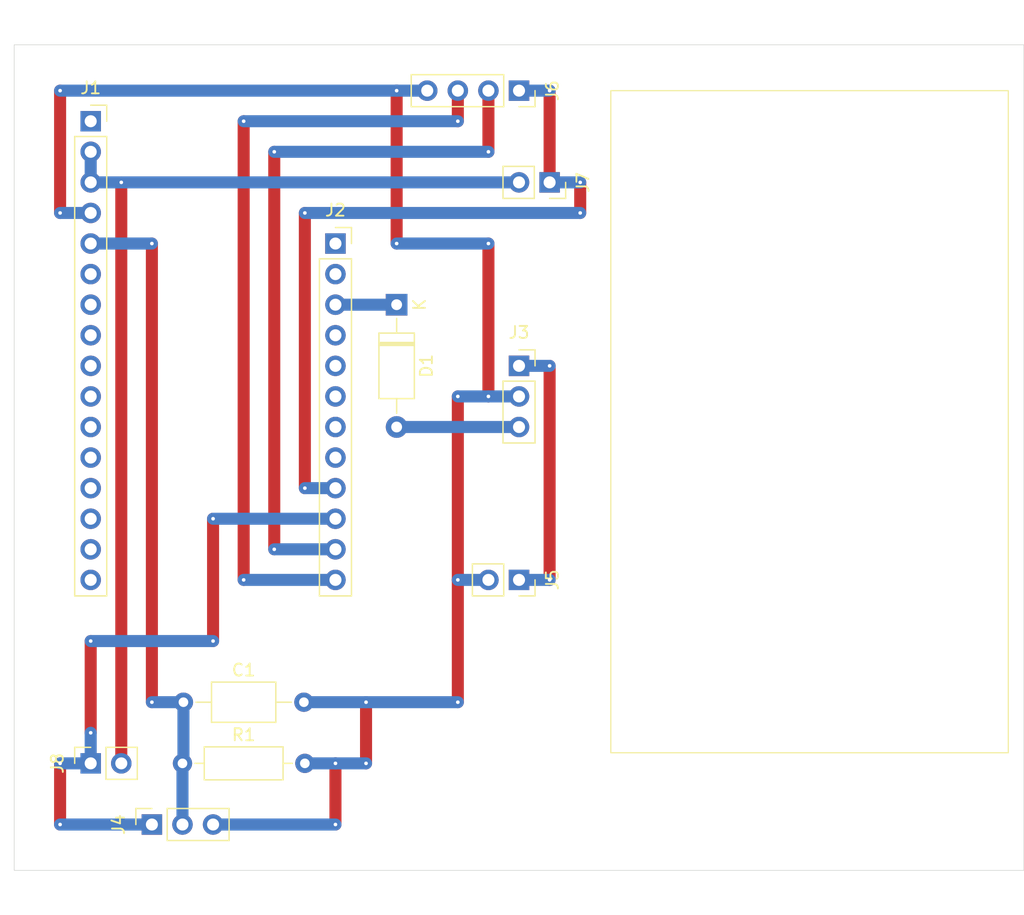
<source format=kicad_pcb>
(kicad_pcb (version 20240108) (generator "pcbnew") (generator_version "8.0")
  (layers (0 "F.Cu" signal) (31 "B.Cu" signal) (34 "B.Paste" user) (35 "F.Paste" user) (36 "B.SilkS" user "B.Silkscreen") (37 "F.SilkS" user "F.Silkscreen") (38 "B.Mask" user) (39 "F.Mask" user) (44 "Edge.Cuts" user))
  (net 0 "")
  (net 19 "GND")
  (net 20 "+3V3")
  (net 21 "/SCL")
  (net 22 "+BATT")
  (net 23 "/SDA")
  (net 24 "VBUS")
  (net 25 "Net-(D1-A)")
  (net 27 "/PT_OUT")
  (net 28 "/PT_POWER")
  (net 29 "/SHT_POWER")
  (footprint "Connector_PinSocket_2.54mm:PinSocket_1x04_P2.54mm_Vertical" (layer "F.Cu") (at 116.84 58.42 -90)
    (property "Reference" "J6" (at 0 -2.77 90) (layer "F.SilkS"))
    (property "Value" "Conn_01x04_Socket")
    (fp_line (start -1.33 8.95) (end 1.33 8.95) (stroke (width 0.12)) (layer "F.SilkS"))
    (fp_line (start -1.33 1.27) (end -1.33 8.95) (stroke (width 0.12)) (layer "F.SilkS"))
    (fp_line (start -1.33 1.27) (end 1.33 1.27) (stroke (width 0.12)) (layer "F.SilkS"))
    (fp_line (start 1.33 1.27) (end 1.33 8.95) (stroke (width 0.12)) (layer "F.SilkS"))
    (fp_line (start 0 -1.33) (end 1.33 -1.33) (stroke (width 0.12)) (layer "F.SilkS"))
    (fp_line (start 1.33 -1.33) (end 1.33 0) (stroke (width 0.12)) (layer "F.SilkS"))
    (pad "1" thru_hole rect (at 0 0 270) (size 1.7 1.7) (drill 1) (layers "*.Cu" "*.Mask") (net 29 "/SHT_POWER"))
    (pad "2" thru_hole oval (at 0 2.54 270) (size 1.7 1.7) (drill 1) (layers "*.Cu" "*.Mask") (net 21 "/SCL"))
    (pad "3" thru_hole oval (at 0 5.08 270) (size 1.7 1.7) (drill 1) (layers "*.Cu" "*.Mask") (net 23 "/SDA"))
    (pad "4" thru_hole oval (at 0 7.62 270) (size 1.7 1.7) (drill 1) (layers "*.Cu" "*.Mask") (net 19 "GND"))
  )
  (footprint "Connector_PinSocket_2.54mm:PinSocket_1x03_P2.54mm_Vertical" (layer "F.Cu") (at 86.36 119.38 90)
    (property "Reference" "J4" (at 0 -2.77 270) (layer "F.SilkS"))
    (property "Value" "Conn_01x03_Socket")
    (fp_line (start 1.33 -1.33) (end 1.33 0) (stroke (width 0.12)) (layer "F.SilkS"))
    (fp_line (start 0 -1.33) (end 1.33 -1.33) (stroke (width 0.12)) (layer "F.SilkS"))
    (fp_line (start 1.33 1.27) (end 1.33 6.41) (stroke (width 0.12)) (layer "F.SilkS"))
    (fp_line (start -1.33 1.27) (end 1.33 1.27) (stroke (width 0.12)) (layer "F.SilkS"))
    (fp_line (start -1.33 1.27) (end -1.33 6.41) (stroke (width 0.12)) (layer "F.SilkS"))
    (fp_line (start -1.33 6.41) (end 1.33 6.41) (stroke (width 0.12)) (layer "F.SilkS"))
    (pad "1" thru_hole rect (at 0 0 90) (size 1.7 1.7) (drill 1) (layers "*.Cu" "*.Mask") (net 28 "/PT_POWER"))
    (pad "2" thru_hole oval (at 0 2.54 90) (size 1.7 1.7) (drill 1) (layers "*.Cu" "*.Mask") (net 27 "/PT_OUT"))
    (pad "3" thru_hole oval (at 0 5.08 90) (size 1.7 1.7) (drill 1) (layers "*.Cu" "*.Mask") (net 19 "GND"))
  )
  (footprint "Diode_THT:D_A-405_P10.16mm_Horizontal" (layer "F.Cu") (at 106.68 76.2 -90)
    (property "Reference" "D1" (at 5.08 -2.47 90) (layer "F.SilkS"))
    (property "Value" "D_Schottky")
    (fp_line (start 2.36 1.47) (end 7.8 1.47) (stroke (width 0.12)) (layer "F.SilkS"))
    (fp_line (start 7.8 1.47) (end 7.8 -1.47) (stroke (width 0.12)) (layer "F.SilkS"))
    (fp_line (start 1.14 0) (end 2.36 0) (stroke (width 0.12)) (layer "F.SilkS"))
    (fp_line (start 9.02 0) (end 7.8 0) (stroke (width 0.12)) (layer "F.SilkS"))
    (fp_line (start 2.36 -1.47) (end 2.36 1.47) (stroke (width 0.12)) (layer "F.SilkS"))
    (fp_line (start 3.14 -1.47) (end 3.14 1.47) (stroke (width 0.12)) (layer "F.SilkS"))
    (fp_line (start 3.26 -1.47) (end 3.26 1.47) (stroke (width 0.12)) (layer "F.SilkS"))
    (fp_line (start 3.38 -1.47) (end 3.38 1.47) (stroke (width 0.12)) (layer "F.SilkS"))
    (fp_line (start 7.8 -1.47) (end 2.36 -1.47) (stroke (width 0.12)) (layer "F.SilkS"))
    (fp_text user "K" (at 0 -1.9 90) (layer "F.SilkS"))
    (pad "1" thru_hole rect (at 0 0 270) (size 1.8 1.8) (drill 0.9) (layers "*.Cu" "*.Mask") (net 24 "VBUS"))
    (pad "2" thru_hole oval (at 10.16 0 270) (size 1.8 1.8) (drill 0.9) (layers "*.Cu" "*.Mask") (net 25 "Net-(D1-A)"))
  )
  (footprint "Connector_PinSocket_2.54mm:PinSocket_1x12_P2.54mm_Vertical" (layer "F.Cu") (at 101.6 71.12)
    (property "Reference" "J2" (at 0 -2.77 0) (layer "F.SilkS"))
    (property "Value" "Conn_01x12_Socket")
    (fp_line (start -1.33 1.27) (end -1.33 29.27) (stroke (width 0.12)) (layer "F.SilkS"))
    (fp_line (start -1.33 1.27) (end 1.33 1.27) (stroke (width 0.12)) (layer "F.SilkS"))
    (fp_line (start -1.33 29.27) (end 1.33 29.27) (stroke (width 0.12)) (layer "F.SilkS"))
    (fp_line (start 0 -1.33) (end 1.33 -1.33) (stroke (width 0.12)) (layer "F.SilkS"))
    (fp_line (start 1.33 -1.33) (end 1.33 0) (stroke (width 0.12)) (layer "F.SilkS"))
    (fp_line (start 1.33 1.27) (end 1.33 29.27) (stroke (width 0.12)) (layer "F.SilkS"))
    (pad "1" thru_hole rect (at 0 0) (size 1.7 1.7) (drill 1) (layers "*.Cu" "*.Mask"))
    (pad "2" thru_hole oval (at 0 2.54) (size 1.7 1.7) (drill 1) (layers "*.Cu" "*.Mask"))
    (pad "3" thru_hole oval (at 0 5.08) (size 1.7 1.7) (drill 1) (layers "*.Cu" "*.Mask") (net 24 "VBUS"))
    (pad "4" thru_hole oval (at 0 7.62) (size 1.7 1.7) (drill 1) (layers "*.Cu" "*.Mask"))
    (pad "5" thru_hole oval (at 0 10.16) (size 1.7 1.7) (drill 1) (layers "*.Cu" "*.Mask"))
    (pad "6" thru_hole oval (at 0 12.7) (size 1.7 1.7) (drill 1) (layers "*.Cu" "*.Mask"))
    (pad "7" thru_hole oval (at 0 15.24) (size 1.7 1.7) (drill 1) (layers "*.Cu" "*.Mask"))
    (pad "8" thru_hole oval (at 0 17.78) (size 1.7 1.7) (drill 1) (layers "*.Cu" "*.Mask"))
    (pad "9" thru_hole oval (at 0 20.32) (size 1.7 1.7) (drill 1) (layers "*.Cu" "*.Mask") (net 29 "/SHT_POWER"))
    (pad "10" thru_hole oval (at 0 22.86) (size 1.7 1.7) (drill 1) (layers "*.Cu" "*.Mask") (net 28 "/PT_POWER"))
    (pad "11" thru_hole oval (at 0 25.4) (size 1.7 1.7) (drill 1) (layers "*.Cu" "*.Mask") (net 21 "/SCL"))
    (pad "12" thru_hole oval (at 0 27.94) (size 1.7 1.7) (drill 1) (layers "*.Cu" "*.Mask") (net 23 "/SDA"))
  )
  (footprint "Connector_PinSocket_2.54mm:PinSocket_1x02_P2.54mm_Vertical" (layer "F.Cu") (at 119.38 66.04 -90)
    (property "Reference" "J7" (at 0 -2.77 90) (layer "F.SilkS"))
    (property "Value" "Conn_01x02_Socket")
    (fp_line (start -1.33 3.87) (end 1.33 3.87) (stroke (width 0.12)) (layer "F.SilkS"))
    (fp_line (start -1.33 1.27) (end -1.33 3.87) (stroke (width 0.12)) (layer "F.SilkS"))
    (fp_line (start -1.33 1.27) (end 1.33 1.27) (stroke (width 0.12)) (layer "F.SilkS"))
    (fp_line (start 1.33 1.27) (end 1.33 3.87) (stroke (width 0.12)) (layer "F.SilkS"))
    (fp_line (start 0 -1.33) (end 1.33 -1.33) (stroke (width 0.12)) (layer "F.SilkS"))
    (fp_line (start 1.33 -1.33) (end 1.33 0) (stroke (width 0.12)) (layer "F.SilkS"))
    (pad "1" thru_hole rect (at 0 0 270) (size 1.7 1.7) (drill 1) (layers "*.Cu" "*.Mask") (net 29 "/SHT_POWER"))
    (pad "2" thru_hole oval (at 0 2.54 270) (size 1.7 1.7) (drill 1) (layers "*.Cu" "*.Mask") (net 20 "+3V3"))
  )
  (footprint "Connector_PinSocket_2.54mm:PinSocket_1x16_P2.54mm_Vertical" (layer "F.Cu") (at 81.28 60.96)
    (property "Reference" "J1" (at 0 -2.77 0) (layer "F.SilkS"))
    (property "Value" "Conn_01x16_Socket")
    (fp_line (start -1.33 1.27) (end -1.33 39.43) (stroke (width 0.12)) (layer "F.SilkS"))
    (fp_line (start -1.33 1.27) (end 1.33 1.27) (stroke (width 0.12)) (layer "F.SilkS"))
    (fp_line (start -1.33 39.43) (end 1.33 39.43) (stroke (width 0.12)) (layer "F.SilkS"))
    (fp_line (start 0 -1.33) (end 1.33 -1.33) (stroke (width 0.12)) (layer "F.SilkS"))
    (fp_line (start 1.33 -1.33) (end 1.33 0) (stroke (width 0.12)) (layer "F.SilkS"))
    (fp_line (start 1.33 1.27) (end 1.33 39.43) (stroke (width 0.12)) (layer "F.SilkS"))
    (pad "1" thru_hole rect (at 0 0) (size 1.7 1.7) (drill 1) (layers "*.Cu" "*.Mask"))
    (pad "2" thru_hole oval (at 0 2.54) (size 1.7 1.7) (drill 1) (layers "*.Cu" "*.Mask") (net 20 "+3V3"))
    (pad "3" thru_hole oval (at 0 5.08) (size 1.7 1.7) (drill 1) (layers "*.Cu" "*.Mask") (net 20 "+3V3"))
    (pad "4" thru_hole oval (at 0 7.62) (size 1.7 1.7) (drill 1) (layers "*.Cu" "*.Mask") (net 19 "GND"))
    (pad "5" thru_hole oval (at 0 10.16) (size 1.7 1.7) (drill 1) (layers "*.Cu" "*.Mask") (net 27 "/PT_OUT"))
    (pad "6" thru_hole oval (at 0 12.7) (size 1.7 1.7) (drill 1) (layers "*.Cu" "*.Mask"))
    (pad "7" thru_hole oval (at 0 15.24) (size 1.7 1.7) (drill 1) (layers "*.Cu" "*.Mask"))
    (pad "8" thru_hole oval (at 0 17.78) (size 1.7 1.7) (drill 1) (layers "*.Cu" "*.Mask"))
    (pad "9" thru_hole oval (at 0 20.32) (size 1.7 1.7) (drill 1) (layers "*.Cu" "*.Mask"))
    (pad "10" thru_hole oval (at 0 22.86) (size 1.7 1.7) (drill 1) (layers "*.Cu" "*.Mask"))
    (pad "11" thru_hole oval (at 0 25.4) (size 1.7 1.7) (drill 1) (layers "*.Cu" "*.Mask"))
    (pad "12" thru_hole oval (at 0 27.94) (size 1.7 1.7) (drill 1) (layers "*.Cu" "*.Mask"))
    (pad "13" thru_hole oval (at 0 30.48) (size 1.7 1.7) (drill 1) (layers "*.Cu" "*.Mask"))
    (pad "14" thru_hole oval (at 0 33.02) (size 1.7 1.7) (drill 1) (layers "*.Cu" "*.Mask"))
    (pad "15" thru_hole oval (at 0 35.56) (size 1.7 1.7) (drill 1) (layers "*.Cu" "*.Mask"))
    (pad "16" thru_hole oval (at 0 38.1) (size 1.7 1.7) (drill 1) (layers "*.Cu" "*.Mask"))
  )
  (footprint "Connector_PinSocket_2.54mm:PinSocket_1x03_P2.54mm_Vertical" (layer "F.Cu") (at 116.84 81.28)
    (property "Reference" "J3" (at 0 -2.77 0) (layer "F.SilkS"))
    (property "Value" "Conn_01x03_Socket")
    (fp_line (start -1.33 1.27) (end -1.33 6.41) (stroke (width 0.12)) (layer "F.SilkS"))
    (fp_line (start -1.33 1.27) (end 1.33 1.27) (stroke (width 0.12)) (layer "F.SilkS"))
    (fp_line (start -1.33 6.41) (end 1.33 6.41) (stroke (width 0.12)) (layer "F.SilkS"))
    (fp_line (start 0 -1.33) (end 1.33 -1.33) (stroke (width 0.12)) (layer "F.SilkS"))
    (fp_line (start 1.33 -1.33) (end 1.33 0) (stroke (width 0.12)) (layer "F.SilkS"))
    (fp_line (start 1.33 1.27) (end 1.33 6.41) (stroke (width 0.12)) (layer "F.SilkS"))
    (pad "1" thru_hole rect (at 0 0) (size 1.7 1.7) (drill 1) (layers "*.Cu" "*.Mask") (net 22 "+BATT"))
    (pad "2" thru_hole oval (at 0 2.54) (size 1.7 1.7) (drill 1) (layers "*.Cu" "*.Mask") (net 19 "GND"))
    (pad "3" thru_hole oval (at 0 5.08) (size 1.7 1.7) (drill 1) (layers "*.Cu" "*.Mask") (net 25 "Net-(D1-A)"))
  )
  (footprint "Resistor_THT:R_Axial_DIN0207_L6.3mm_D2.5mm_P10.16mm_Horizontal" (layer "F.Cu") (at 88.9 114.3)
    (property "Reference" "R1" (at 5.08 -2.37 360) (layer "F.SilkS"))
    (property "Value" "220R")
    (fp_line (start 1.04 0) (end 1.81 0) (stroke (width 0.12)) (layer "F.SilkS"))
    (fp_line (start 1.81 -1.37) (end 1.81 1.37) (stroke (width 0.12)) (layer "F.SilkS"))
    (fp_line (start 1.81 1.37) (end 8.35 1.37) (stroke (width 0.12)) (layer "F.SilkS"))
    (fp_line (start 8.35 -1.37) (end 1.81 -1.37) (stroke (width 0.12)) (layer "F.SilkS"))
    (fp_line (start 8.35 1.37) (end 8.35 -1.37) (stroke (width 0.12)) (layer "F.SilkS"))
    (fp_line (start 9.12 0) (end 8.35 0) (stroke (width 0.12)) (layer "F.SilkS"))
    (pad "1" thru_hole circle (at 0 0) (size 1.6 1.6) (drill 0.8) (layers "*.Cu" "*.Mask") (net 27 "/PT_OUT"))
    (pad "2" thru_hole oval (at 10.16 0) (size 1.6 1.6) (drill 0.8) (layers "*.Cu" "*.Mask") (net 19 "GND"))
  )
  (footprint "Capacitor_THT:C_Axial_L5.1mm_D3.1mm_P10.00mm_Horizontal" (layer "F.Cu") (at 88.98 109.22)
    (property "Reference" "C1" (at 5 -2.67 360) (layer "F.SilkS"))
    (property "Value" "100n")
    (fp_line (start 1.04 0) (end 2.33 0) (stroke (width 0.12)) (layer "F.SilkS"))
    (fp_line (start 2.33 -1.67) (end 2.33 1.67) (stroke (width 0.12)) (layer "F.SilkS"))
    (fp_line (start 2.33 1.67) (end 7.67 1.67) (stroke (width 0.12)) (layer "F.SilkS"))
    (fp_line (start 7.67 -1.67) (end 2.33 -1.67) (stroke (width 0.12)) (layer "F.SilkS"))
    (fp_line (start 7.67 1.67) (end 7.67 -1.67) (stroke (width 0.12)) (layer "F.SilkS"))
    (fp_line (start 8.96 0) (end 7.67 0) (stroke (width 0.12)) (layer "F.SilkS"))
    (pad "1" thru_hole circle (at 0 0) (size 1.6 1.6) (drill 0.8) (layers "*.Cu" "*.Mask") (net 27 "/PT_OUT"))
    (pad "2" thru_hole oval (at 10 0) (size 1.6 1.6) (drill 0.8) (layers "*.Cu" "*.Mask") (net 19 "GND"))
  )
  (footprint "Connector_PinSocket_2.54mm:PinSocket_1x02_P2.54mm_Vertical" (layer "F.Cu") (at 81.28 114.3 90)
    (property "Reference" "J8" (at 0 -2.77 270) (layer "F.SilkS"))
    (property "Value" "Conn_01x02_Socket")
    (fp_line (start 1.33 -1.33) (end 1.33 0) (stroke (width 0.12)) (layer "F.SilkS"))
    (fp_line (start 0 -1.33) (end 1.33 -1.33) (stroke (width 0.12)) (layer "F.SilkS"))
    (fp_line (start 1.33 1.27) (end 1.33 3.87) (stroke (width 0.12)) (layer "F.SilkS"))
    (fp_line (start -1.33 1.27) (end 1.33 1.27) (stroke (width 0.12)) (layer "F.SilkS"))
    (fp_line (start -1.33 1.27) (end -1.33 3.87) (stroke (width 0.12)) (layer "F.SilkS"))
    (fp_line (start -1.33 3.87) (end 1.33 3.87) (stroke (width 0.12)) (layer "F.SilkS"))
    (pad "1" thru_hole rect (at 0 0 90) (size 1.7 1.7) (drill 1) (layers "*.Cu" "*.Mask") (net 28 "/PT_POWER"))
    (pad "2" thru_hole oval (at 0 2.54 90) (size 1.7 1.7) (drill 1) (layers "*.Cu" "*.Mask") (net 20 "+3V3"))
  )
  (footprint "Connector_PinSocket_2.54mm:PinSocket_1x02_P2.54mm_Vertical" (layer "F.Cu") (at 116.84 99.06 -90)
    (property "Reference" "J5" (at 0 -2.77 90) (layer "F.SilkS"))
    (property "Value" "Conn_01x02_Socket")
    (fp_line (start -1.33 3.87) (end 1.33 3.87) (stroke (width 0.12)) (layer "F.SilkS"))
    (fp_line (start -1.33 1.27) (end -1.33 3.87) (stroke (width 0.12)) (layer "F.SilkS"))
    (fp_line (start -1.33 1.27) (end 1.33 1.27) (stroke (width 0.12)) (layer "F.SilkS"))
    (fp_line (start 1.33 1.27) (end 1.33 3.87) (stroke (width 0.12)) (layer "F.SilkS"))
    (fp_line (start 0 -1.33) (end 1.33 -1.33) (stroke (width 0.12)) (layer "F.SilkS"))
    (fp_line (start 1.33 -1.33) (end 1.33 0) (stroke (width 0.12)) (layer "F.SilkS"))
    (pad "1" thru_hole rect (at 0 0 270) (size 1.7 1.7) (drill 1) (layers "*.Cu" "*.Mask") (net 22 "+BATT"))
    (pad "2" thru_hole oval (at 0 2.54 270) (size 1.7 1.7) (drill 1) (layers "*.Cu" "*.Mask") (net 19 "GND"))
  )
  (gr_rect (start 124.46 58.42) (end 157.46 113.42) (stroke (width 0.1)) (fill none) (layer "F.SilkS"))
  (gr_rect (start 74.93 54.61) (end 158.75 123.19) (stroke (width 0.05)) (fill none) (layer "Edge.Cuts"))
  (segment (start 101.6 119.38) (end 101.6 114.3) (width 1) (layer "F.Cu") (net 19))
  (segment (start 111.76 99.06) (end 111.76 83.82) (width 1) (layer "F.Cu") (net 19))
  (segment (start 114.3 71.12) (end 114.3 83.82) (width 1) (layer "F.Cu") (net 19))
  (segment (start 78.74 58.42) (end 78.74 68.58) (width 1) (layer "F.Cu") (net 19))
  (segment (start 106.68 58.42) (end 106.68 71.12) (width 1) (layer "F.Cu") (net 19))
  (segment (start 111.76 99.06) (end 111.76 109.22) (width 1) (layer "F.Cu") (net 19))
  (segment (start 104.14 109.22) (end 104.14 114.3) (width 1) (layer "F.Cu") (net 19))
  (via (at 106.68 58.42) (size 0.6) (drill 0.3) (layers "F.Cu" "B.Cu") (net 19))
  (via (at 78.74 68.58) (size 0.6) (drill 0.3) (layers "F.Cu" "B.Cu") (net 19))
  (via (at 111.76 109.22) (size 0.6) (drill 0.3) (layers "F.Cu" "B.Cu") (net 19))
  (via (at 101.6 119.38) (size 0.6) (drill 0.3) (layers "F.Cu" "B.Cu") (net 19))
  (via (at 104.14 109.22) (size 0.6) (drill 0.3) (layers "F.Cu" "B.Cu") (net 19))
  (via (at 111.76 99.06) (size 0.6) (drill 0.3) (layers "F.Cu" "B.Cu") (net 19))
  (via (at 114.3 83.82) (size 0.6) (drill 0.3) (layers "F.Cu" "B.Cu") (net 19))
  (via (at 101.6 114.3) (size 0.6) (drill 0.3) (layers "F.Cu" "B.Cu") (net 19))
  (via (at 111.76 83.82) (size 0.6) (drill 0.3) (layers "F.Cu" "B.Cu") (net 19))
  (via (at 78.74 58.42) (size 0.6) (drill 0.3) (layers "F.Cu" "B.Cu") (net 19))
  (via (at 104.14 114.3) (size 0.6) (drill 0.3) (layers "F.Cu" "B.Cu") (net 19))
  (via (at 114.3 71.12) (size 0.6) (drill 0.3) (layers "F.Cu" "B.Cu") (net 19))
  (via (at 106.68 71.12) (size 0.6) (drill 0.3) (layers "F.Cu" "B.Cu") (net 19))
  (segment (start 114.3 99.06) (end 111.76 99.06) (width 1) (layer "B.Cu") (net 19))
  (segment (start 98.98 109.22) (end 104.14 109.22) (width 1) (layer "B.Cu") (net 19))
  (segment (start 111.76 83.82) (end 114.3 83.82) (width 1) (layer "B.Cu") (net 19))
  (segment (start 114.3 71.12) (end 106.68 71.12) (width 1) (layer "B.Cu") (net 19))
  (segment (start 116.84 83.82) (end 114.3 83.82) (width 1) (layer "B.Cu") (net 19))
  (segment (start 91.44 119.38) (end 101.6 119.38) (width 1) (layer "B.Cu") (net 19))
  (segment (start 109.22 58.42) (end 106.68 58.42) (width 1) (layer "B.Cu") (net 19))
  (segment (start 101.6 114.3) (end 99.06 114.3) (width 1) (layer "B.Cu") (net 19))
  (segment (start 104.14 114.3) (end 101.6 114.3) (width 1) (layer "B.Cu") (net 19))
  (segment (start 78.74 58.42) (end 106.68 58.42) (width 1) (layer "B.Cu") (net 19))
  (segment (start 111.76 109.22) (end 104.14 109.22) (width 1) (layer "B.Cu") (net 19))
  (segment (start 81.28 68.58) (end 78.74 68.58) (width 1) (layer "B.Cu") (net 19))
  (segment (start 83.82 114.3) (end 83.82 66.04) (width 1) (layer "F.Cu") (net 20))
  (via (at 83.82 66.04) (size 0.6) (drill 0.3) (layers "F.Cu" "B.Cu") (net 20))
  (segment (start 81.28 63.5) (end 81.28 66.04) (width 1) (layer "B.Cu") (net 20))
  (segment (start 81.28 66.04) (end 116.84 66.04) (width 1) (layer "B.Cu") (net 20))
  (segment (start 96.52 63.5) (end 96.52 96.52) (width 1) (layer "F.Cu") (net 21))
  (segment (start 114.3 63.5) (end 114.3 58.42) (width 1) (layer "F.Cu") (net 21))
  (via (at 114.3 63.5) (size 0.6) (drill 0.3) (layers "F.Cu" "B.Cu") (net 21))
  (via (at 96.52 63.5) (size 0.6) (drill 0.3) (layers "F.Cu" "B.Cu") (net 21))
  (via (at 96.52 96.52) (size 0.6) (drill 0.3) (layers "F.Cu" "B.Cu") (net 21))
  (segment (start 96.52 63.5) (end 114.3 63.5) (width 1) (layer "B.Cu") (net 21))
  (segment (start 101.6 96.52) (end 96.52 96.52) (width 1) (layer "B.Cu") (net 21))
  (segment (start 119.38 81.28) (end 119.38 99.06) (width 1) (layer "F.Cu") (net 22))
  (via (at 119.38 81.28) (size 0.6) (drill 0.3) (layers "F.Cu" "B.Cu") (net 22))
  (via (at 119.38 99.06) (size 0.6) (drill 0.3) (layers "F.Cu" "B.Cu") (net 22))
  (segment (start 116.84 81.28) (end 119.38 81.28) (width 1) (layer "B.Cu") (net 22))
  (segment (start 116.84 99.06) (end 119.38 99.06) (width 1) (layer "B.Cu") (net 22))
  (segment (start 93.98 60.96) (end 93.98 99.06) (width 1) (layer "F.Cu") (net 23))
  (segment (start 111.76 58.42) (end 111.76 60.96) (width 1) (layer "F.Cu") (net 23))
  (via (at 111.76 60.96) (size 0.6) (drill 0.3) (layers "F.Cu" "B.Cu") (net 23))
  (via (at 93.98 99.06) (size 0.6) (drill 0.3) (layers "F.Cu" "B.Cu") (net 23))
  (via (at 93.98 60.96) (size 0.6) (drill 0.3) (layers "F.Cu" "B.Cu") (net 23))
  (segment (start 101.6 99.06) (end 93.98 99.06) (width 1) (layer "B.Cu") (net 23))
  (segment (start 93.98 60.96) (end 111.76 60.96) (width 1) (layer "B.Cu") (net 23))
  (segment (start 106.68 76.2) (end 101.6 76.2) (width 1) (layer "B.Cu") (net 24))
  (segment (start 116.84 86.36) (end 106.68 86.36) (width 1) (layer "B.Cu") (net 25))
  (segment (start 86.36 109.22) (end 86.36 71.12) (width 1) (layer "F.Cu") (net 27))
  (via (at 86.36 71.12) (size 0.6) (drill 0.3) (layers "F.Cu" "B.Cu") (net 27))
  (via (at 86.36 109.22) (size 0.6) (drill 0.3) (layers "F.Cu" "B.Cu") (net 27))
  (segment (start 88.9 119.38) (end 88.9 114.3) (width 1) (layer "B.Cu") (net 27))
  (segment (start 88.98 114.22) (end 88.9 114.3) (width 1) (layer "B.Cu") (net 27))
  (segment (start 88.98 109.22) (end 86.36 109.22) (width 1) (layer "B.Cu") (net 27))
  (segment (start 88.98 109.22) (end 88.98 114.22) (width 1) (layer "B.Cu") (net 27))
  (segment (start 86.36 71.12) (end 81.28 71.12) (width 1) (layer "B.Cu") (net 27))
  (segment (start 78.74 114.3) (end 78.74 119.38) (width 1) (layer "F.Cu") (net 28))
  (segment (start 81.28 104.14) (end 81.28 111.76) (width 1) (layer "F.Cu") (net 28))
  (segment (start 91.44 104.14) (end 91.44 93.98) (width 1) (layer "F.Cu") (net 28))
  (via (at 91.44 93.98) (size 0.6) (drill 0.3) (layers "F.Cu" "B.Cu") (net 28))
  (via (at 91.44 104.14) (size 0.6) (drill 0.3) (layers "F.Cu" "B.Cu") (net 28))
  (via (at 78.74 119.38) (size 0.6) (drill 0.3) (layers "F.Cu" "B.Cu") (net 28))
  (via (at 81.28 111.76) (size 0.6) (drill 0.3) (layers "F.Cu" "B.Cu") (net 28))
  (via (at 78.74 114.3) (size 0.6) (drill 0.3) (layers "F.Cu" "B.Cu") (net 28))
  (via (at 81.28 104.14) (size 0.6) (drill 0.3) (layers "F.Cu" "B.Cu") (net 28))
  (segment (start 81.28 114.3) (end 78.74 114.3) (width 1) (layer "B.Cu") (net 28))
  (segment (start 78.74 119.38) (end 86.36 119.38) (width 1) (layer "B.Cu") (net 28))
  (segment (start 81.28 114.3) (end 81.28 111.76) (width 1) (layer "B.Cu") (net 28))
  (segment (start 91.44 93.98) (end 101.6 93.98) (width 1) (layer "B.Cu") (net 28))
  (segment (start 81.28 104.14) (end 91.44 104.14) (width 1) (layer "B.Cu") (net 28))
  (segment (start 99.06 91.44) (end 99.06 68.58) (width 1) (layer "F.Cu") (net 29))
  (segment (start 119.38 66.04) (end 119.38 58.42) (width 1) (layer "F.Cu") (net 29))
  (segment (start 121.92 68.58) (end 121.92 66.04) (width 1) (layer "F.Cu") (net 29))
  (via (at 121.92 68.58) (size 0.6) (drill 0.3) (layers "F.Cu" "B.Cu") (net 29))
  (via (at 99.06 91.44) (size 0.6) (drill 0.3) (layers "F.Cu" "B.Cu") (net 29))
  (via (at 99.06 68.58) (size 0.6) (drill 0.3) (layers "F.Cu" "B.Cu") (net 29))
  (via (at 119.38 58.42) (size 0.6) (drill 0.3) (layers "F.Cu" "B.Cu") (net 29))
  (via (at 121.92 66.04) (size 0.6) (drill 0.3) (layers "F.Cu" "B.Cu") (net 29))
  (segment (start 99.06 68.58) (end 121.92 68.58) (width 1) (layer "B.Cu") (net 29))
  (segment (start 119.38 58.42) (end 116.84 58.42) (width 1) (layer "B.Cu") (net 29))
  (segment (start 101.6 91.44) (end 99.06 91.44) (width 1) (layer "B.Cu") (net 29))
  (segment (start 121.92 66.04) (end 119.38 66.04) (width 1) (layer "B.Cu") (net 29))
)
</source>
